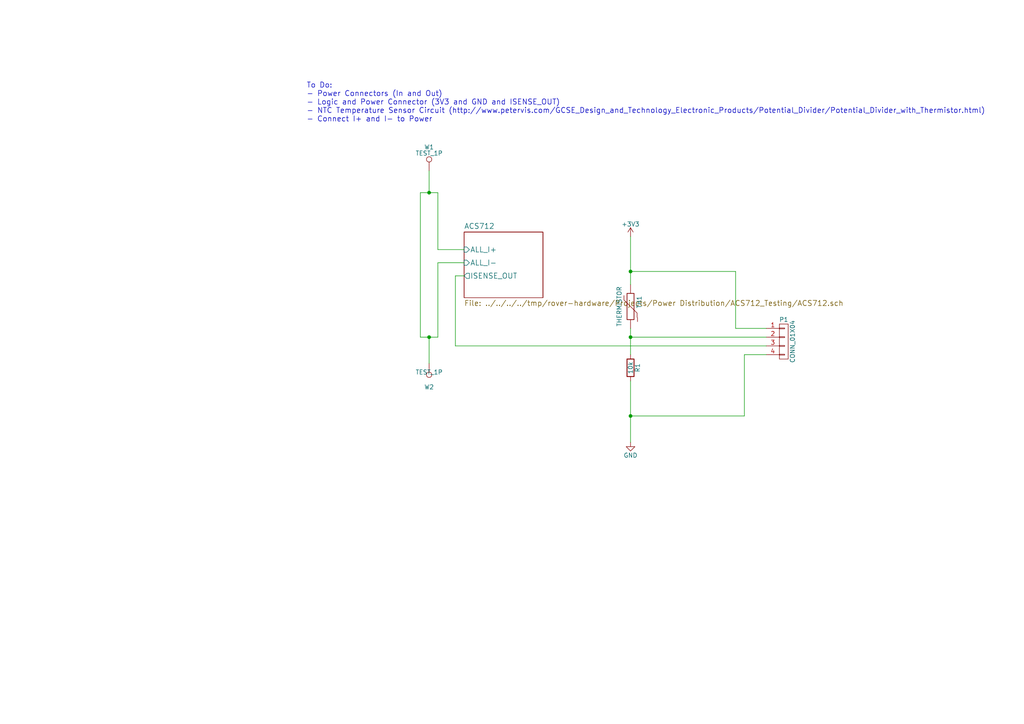
<source format=kicad_sch>
(kicad_sch (version 20230121) (generator eeschema)
  (paper "A4")
  (lib_symbols
    (symbol "ACS712_Testing-rescue:+3V3" (power) (pin_names (offset 0))
      (property "Value" "+3V3" (at 0 3.556 0))
      (symbol "+3V3_0_1"
        (polyline (pts (xy -0.762 1.27) (xy 0 2.54)))
        (polyline (pts (xy 0 0) (xy 0 2.54)))
        (polyline (pts (xy 0 2.54) (xy 0.762 1.27)))
      )
      (symbol "+3V3_1_1"
        (pin power_in line (at 0 0 90) (length 0) hide (name "+3V3") (number "1"))
      )
    )
    (symbol "ACS712_Testing-rescue:CONN_01X04" (pin_names (offset 1.016) hide)
      (property "Reference" "P" (at 0 6.35 0))
      (property "Value" "CONN_01X04" (at 2.54 0 90))
      (symbol "CONN_01X04_0_1"
        (rectangle (start -1.27 -3.683) (end 0.254 -3.937))
        (rectangle (start -1.27 -1.143) (end 0.254 -1.397))
        (rectangle (start -1.27 1.397) (end 0.254 1.143))
        (rectangle (start -1.27 3.937) (end 0.254 3.683))
        (rectangle (start -1.27 5.08) (end 1.27 -5.08))
      )
      (symbol "CONN_01X04_1_1"
        (pin passive line (at -5.08 3.81 0) (length 3.81) (name "P1") (number "1"))
        (pin passive line (at -5.08 1.27 0) (length 3.81) (name "P2") (number "2"))
        (pin passive line (at -5.08 -1.27 0) (length 3.81) (name "P3") (number "3"))
        (pin passive line (at -5.08 -3.81 0) (length 3.81) (name "P4") (number "4"))
      )
    )
    (symbol "ACS712_Testing-rescue:GND" (power) (pin_names (offset 0))
      (property "Value" "GND" (at 0 -3.81 0))
      (symbol "GND_0_1"
        (polyline (pts (xy 0 0) (xy 0 -1.27) (xy 1.27 -1.27) (xy 0 -2.54) (xy -1.27 -1.27) (xy 0 -1.27)))
      )
      (symbol "GND_1_1"
        (pin power_in line (at 0 0 270) (length 0) hide (name "GND") (number "1"))
      )
    )
    (symbol "ACS712_Testing-rescue:R" (pin_numbers hide) (pin_names (offset 0))
      (property "Reference" "R" (at 2.032 0 90))
      (property "Value" "R" (at 0 0 90))
      (symbol "R_0_1"
        (rectangle (start -1.016 -2.54) (end 1.016 2.54) (stroke (width 0.254)))
      )
      (symbol "R_1_1"
        (pin passive line (at 0 3.81 270) (length 1.27) (name "~") (number "1"))
        (pin passive line (at 0 -3.81 90) (length 1.27) (name "~") (number "2"))
      )
    )
    (symbol "ACS712_Testing-rescue:TEST_1P" (pin_numbers hide) (pin_names (offset 0.762) hide)
      (property "Reference" "W" (at 0 6.858 0))
      (property "Value" "TEST_1P" (at 0 5.08 0))
      (symbol "TEST_1P_0_1"
        (circle (center 0 3.302) (radius 0.762))
      )
      (symbol "TEST_1P_1_1"
        (pin passive line (at 0 0 90) (length 2.54) (name "1") (number "1"))
      )
    )
    (symbol "ACS712_Testing-rescue:THERMISTOR" (pin_numbers hide) (pin_names (offset 0))
      (property "Reference" "TH" (at 2.54 1.27 90))
      (property "Value" "THERMISTOR" (at -2.54 0 90))
      (symbol "THERMISTOR_0_1"
        (rectangle (start -1.016 3.81) (end 1.016 -3.81) (stroke (width 0.2032)))
        (polyline (pts (xy -1.905 3.175) (xy -1.905 1.905) (xy 1.905 -1.905) (xy 1.905 -3.175) (xy 1.905 -3.175)))
        (text "-" (at 1.905 -3.81 900) (effects (font (size 1.524 1.524))))
      )
      (symbol "THERMISTOR_1_1"
        (pin passive line (at 0 6.35 270) (length 2.54) (name "~") (number "1"))
        (pin passive line (at 0 -6.35 90) (length 2.54) (name "~") (number "2"))
      )
    )
  )
  (junction (at 182.88 97.79))
  (junction (at 182.88 78.74))
  (junction (at 124.46 97.79))
  (junction (at 124.46 55.88))
  (junction (at 182.88 120.65))
  (wire (pts (xy 127 72.39) (xy 134.62 72.39)))
  (wire (pts (xy 127 76.2) (xy 134.62 76.2)))
  (wire (pts (xy 121.92 97.79) (xy 124.46 97.79)))
  (wire (pts (xy 127 97.79) (xy 127 76.2)))
  (wire (pts (xy 182.88 78.74) (xy 213.36 78.74)))
  (wire (pts (xy 124.46 55.88) (xy 124.46 49.53)))
  (wire (pts (xy 182.88 110.49) (xy 182.88 120.65)))
  (wire (pts (xy 215.9 102.87) (xy 222.25 102.87)))
  (wire (pts (xy 132.08 80.01) (xy 132.08 100.33)))
  (wire (pts (xy 215.9 120.65) (xy 215.9 102.87)))
  (wire (pts (xy 124.46 55.88) (xy 127 55.88)))
  (wire (pts (xy 182.88 78.74) (xy 182.88 82.55)))
  (wire (pts (xy 213.36 78.74) (xy 213.36 95.25)))
  (wire (pts (xy 182.88 95.25) (xy 182.88 97.79)))
  (wire (pts (xy 124.46 97.79) (xy 124.46 105.41)))
  (wire (pts (xy 121.92 55.88) (xy 121.92 97.79)))
  (wire (pts (xy 121.92 55.88) (xy 124.46 55.88)))
  (wire (pts (xy 182.88 97.79) (xy 222.25 97.79)))
  (wire (pts (xy 134.62 80.01) (xy 132.08 80.01)))
  (wire (pts (xy 124.46 97.79) (xy 127 97.79)))
  (wire (pts (xy 182.88 97.79) (xy 182.88 102.87)))
  (wire (pts (xy 213.36 95.25) (xy 222.25 95.25)))
  (wire (pts (xy 182.88 120.65) (xy 215.9 120.65)))
  (wire (pts (xy 132.08 100.33) (xy 222.25 100.33)))
  (wire (pts (xy 182.88 68.58) (xy 182.88 78.74)))
  (wire (pts (xy 127 55.88) (xy 127 72.39)))
  (wire (pts (xy 182.88 120.65) (xy 182.88 128.27)))
  (text "To Do:\n- Power Connectors (In and Out)\n- Logic and Power Connector (3V3 and GND and ISENSE_OUT)\n- NTC Temperature Sensor Circuit (http://www.petervis.com/GCSE_Design_and_Technology_Electronic_Products/Potential_Divider/Potential_Divider_with_Thermistor.html)\n- Connect I+ and I- to Power" (at 88.9 35.56 0) (effects (font (size 1.524 1.524)) (justify left bottom)))
  (symbol (lib_id "ACS712_Testing-rescue:TEST_1P") (at 124.46 49.53 0) (unit 1)
    (property "Reference" "W1" (at 124.46 42.672 0))
    (property "Value" "TEST_1P" (at 124.46 44.45 0))
    (property "Footprint" "USST-footprints:Testpad_large" (effects hide))
  )
  (symbol (lib_id "ACS712_Testing-rescue:TEST_1P") (at 124.46 105.41 180) (unit 1)
    (property "Reference" "W2" (at 124.46 112.268 0))
    (property "Value" "TEST_1P" (at 124.46 107.95 0))
    (property "Footprint" "USST-footprints:Testpad_large" (effects hide))
  )
  (symbol (lib_id "ACS712_Testing-rescue:THERMISTOR") (at 182.88 88.9 0) (unit 1)
    (property "Reference" "TH1" (at 185.42 87.63 90))
    (property "Value" "THERMISTOR" (at 180.34 88.9 90) (effects (justify bottom)))
    (property "Footprint" "Resistors_SMD:R_0805_HandSoldering" (effects hide))
  )
  (symbol (lib_id "ACS712_Testing-rescue:R") (at 182.88 106.68 0) (unit 1)
    (property "Reference" "R1" (at 184.912 106.68 90))
    (property "Value" "10k" (at 182.88 106.68 90))
    (property "Footprint" "Resistors_SMD:R_0805_HandSoldering" (effects hide))
  )
  (symbol (lib_id "ACS712_Testing-rescue:CONN_01X04") (at 227.33 99.06 0) (unit 1)
    (property "Reference" "P1" (at 227.33 92.71 0))
    (property "Value" "CONN_01X04" (at 229.87 99.06 90))
    (property "Footprint" "Pin_Headers:Pin_Header_Straight_1x04_Pitch2.54mm" (effects hide))
  )
  (symbol (lib_id "ACS712_Testing-rescue:+3V3") (at 182.88 68.58 0) (unit 1)
    (property "Reference" "#PWR01" (effects hide))
    (property "Value" "+3V3" (at 182.88 65.024 0))
  )
  (symbol (lib_id "ACS712_Testing-rescue:GND") (at 182.88 128.27 0) (unit 1)
    (property "Reference" "#PWR02" (effects hide))
    (property "Value" "GND" (at 182.88 132.08 0))
  )
  (sheet (at 134.62 67.31) (size 22.86 19.05)
    (property "Sheetname" "ACS712" (at 134.62 66.4714 0) (effects (font (size 1.524 1.524)) (justify left bottom)))
    (property "Sheetfile" "../../../../tmp/rover-hardware/Projects/Power Distribution/ACS712_Testing/ACS712.sch" (at 134.62 87.0462 0) (effects (font (size 1.524 1.524)) (justify left top)))
    (pin "ALL_I+" input (at 134.62 72.39 180) (effects (font (size 1.524 1.524))))
    (pin "ALL_I-" input (at 134.62 76.2 180) (effects (font (size 1.524 1.524))))
    (pin "ISENSE_OUT" output (at 134.62 80.01 180) (effects (font (size 1.524 1.524))))
  )
)
</source>
